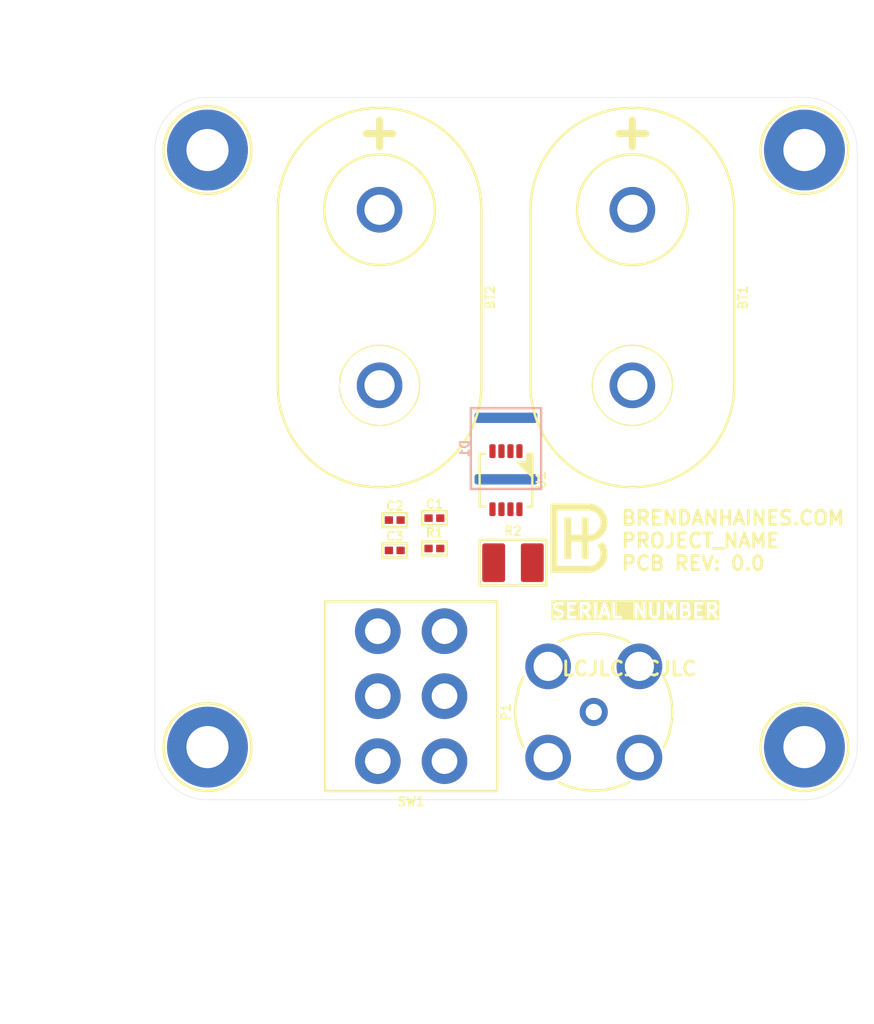
<source format=kicad_pcb>
(kicad_pcb (version 20240108) (generator "pcbnew") (generator_version "8.0")
  (title_block (title "${PROJECT_NAME}") (rev "${PCB_REVISION}") (company "BRENDANHAINES.COM"))
  (layers (0 "F.Cu" signal) (1 "In1.Cu" signal) (2 "In2.Cu" signal) (31 "B.Cu" signal) (34 "B.Paste" user) (35 "F.Paste" user) (36 "B.SilkS" user "B.Silkscreen") (37 "F.SilkS" user "F.Silkscreen") (38 "B.Mask" user) (39 "F.Mask" user) (44 "Edge.Cuts" user))
  (property "PCB_REVISION" "0.0")
  (property "PROJECT_NAME" "PROJECT_NAME")
  (net 0 "")
  (net 1 "GND")
  (net 2 "VDC_N5V0")
  (net 3 "/OUT")
  (net 4 "/IN")
  (net 6 "VDC_5V0")
  (net 9 "/VIN_9V0")
  (net 10 "/VIN_N9V0")
  (net 15 "/OUT50")
  (footprint "common:R1210" (layer "F.Cu") (at 102.108 109.855)
    (property "Reference" "R2" (at 0 -2.286 360) (layer "F.SilkS") (effects (font (size 0.635 0.635) (thickness 0.127))))
    (property "Value" "0" (hide yes))
    (fp_line (start -2.413 -1.651) (end 2.413 -1.651) (stroke (width 0.1778)) (layer "F.SilkS"))
    (fp_line (start -2.413 1.651) (end -2.413 -1.651) (stroke (width 0.1778)) (layer "F.SilkS"))
    (fp_line (start 2.413 -1.651) (end 2.413 1.651) (stroke (width 0.1778)) (layer "F.SilkS"))
    (fp_line (start 2.413 1.651) (end -2.413 1.651) (stroke (width 0.1778)) (layer "F.SilkS"))
    (pad "1" smd roundrect (at -1.397 0) (size 1.651 2.794) (layers "F.Cu" "F.Paste" "F.Mask") (roundrect_rratio 0.1) (net 3 "/OUT"))
    (pad "2" smd roundrect (at 1.397 0 180) (size 1.651 2.794) (layers "F.Cu" "F.Paste" "F.Mask") (roundrect_rratio 0.1) (net 15 "/OUT50"))
  )
  (footprint "common:MH120X230_#4" (layer "F.Cu") (at 123.19 123.19)
    (property "Reference" "MH3" (hide yes))
    (property "Value" "Mounting_Hole" (hide yes))
    (fp_circle (center 0 0) (end 3.175 0) (stroke (width 0.1778)) (fill none) (layer "F.SilkS"))
    (pad "1" thru_hole circle (at 0 0) (size 5.842 5.842) (drill 3.048) (layers "*.Cu" "*.Mask") (net 1 "GND"))
  )
  (footprint "common:LOGO_BH" (layer "F.Cu") (at 107.315 110.49)
    (property "Reference" "LOGO1" (hide yes))
    (property "Value" "~" (hide yes))
    (fp_poly (pts (xy 0.340334 -4.906285) (xy 0.426334 -4.89815) (xy 0.511644 -4.88464) (xy 0.595939 -4.865795) (xy 0.678894 -4.8417) (xy 0.760165 -4.81244) (xy 0.839439 -4.778135) (xy 0.916405 -4.73892) (xy 0.990754 -4.69495) (xy 1.062204 -4.646395) (xy 1.130454 -4.59345) (xy 1.195245 -4.536325) (xy 1.256325 -4.475245) (xy 1.313449 -4.410455) (xy 1.366394 -4.342205) (xy 1.414949 -4.270755) (xy 1.45892 -4.196405) (xy 1.498135 -4.11944) (xy 1.532439 -4.040165) (xy 1.561699 -3.958895) (xy 1.585795 -3.87594) (xy 1.60464 -3.791645) (xy 1.61815 -3.706335) (xy 1.626285 -3.620335) (xy 1.629 -3.534) (xy 1.626285 -3.447665) (xy 1.61815 -3.361665) (xy 1.60464 -3.276355) (xy 1.585795 -3.19206) (xy 1.561699 -3.109105) (xy 1.532439 -3.027835) (xy 1.498135 -2.94856) (xy 1.45892 -2.871594) (xy 1.414949 -2.797245) (xy 1.366395 -2.725796) (xy 1.31345 -2.657543) (xy 1.256325 -2.592754) (xy 1.195245 -2.531674) (xy 1.130455 -2.474552) (xy 1.062205 -2.421604) (xy 0.990755 -2.373051) (xy 0.916405 -2.329083) (xy 0.83944 -2.289867) (xy 0.760165 -2.255558) (xy 0.678895 -2.226299) (xy 0.59594 -2.202206) (xy 0.511645 -2.183361) (xy 0.426335 -2.169849) (xy 0.340335 -2.161717) (xy 0.254 -2.159) (xy 0.254 -0.909001) (xy -0.246 -0.909001) (xy -0.246 -2.159) (xy -0.996 -2.159) (xy -0.996 -0.909001) (xy -1.496 -0.909001) (xy -1.496 -3.909) (xy -0.996 -3.909) (xy -0.996 -2.659) (xy -0.246 -2.659) (xy -0.246 -3.909) (xy 0.254 -3.909) (xy 0.254 -2.659) (xy 0.30894 -2.660733) (xy 0.363665 -2.665905) (xy 0.417955 -2.674503) (xy 0.4716 -2.686497) (xy 0.524385 -2.701832) (xy 0.576105 -2.720448) (xy 0.62655 -2.742283) (xy 0.67553 -2.767238) (xy 0.72284 -2.795215) (xy 0.768305 -2.826115) (xy 0.81174 -2.859806) (xy 0.852975 -2.89616) (xy 0.89184 -2.935025) (xy 0.928195 -2.97626) (xy 0.961885 -3.019695) (xy 0.992785 -3.06516) (xy 1.02076 -3.11247) (xy 1.04572 -3.16145) (xy 1.067555 -3.211895) (xy 1.08617 -3.263615) (xy 1.101505 -3.3164) (xy 1.113495 -3.370045) (xy 1.122094 -3.424335) (xy 1.12727 -3.47906) (xy 1.129 -3.534) (xy 1.12727 -3.58894) (xy 1.122094 -3.643665) (xy 1.113495 -3.697955) (xy 1.101505 -3.7516) (xy 1.08617 -3.804386) (xy 1.067555 -3.856106) (xy 1.04572 -3.90655) (xy 1.02076 -3.95553) (xy 0.992785 -4.00284) (xy 0.961885 -4.048305) (xy 0.928195 -4.09174) (xy 0.89184 -4.132975) (xy 0.852975 -4.17184) (xy 0.81174 -4.208195) (xy 0.768305 -4.241885) (xy 0.72284 -4.272785) (xy 0.67553 -4.30076) (xy 0.62655 -4.32572) (xy 0.576105 -4.347555) (xy 0.524385 -4.36617) (xy 0.4716 -4.381505) (xy 0.417955 -4.393495) (xy 0.363665 -4.402095) (xy 0.30894 -4.40727) (xy 0.254 -4.409) (xy -1.996 -4.409) (xy -1.996 -0.409001) (xy 0.254 -0.409001) (xy 0.30894 -0.410731) (xy 0.363665 -0.415906) (xy 0.417955 -0.424506) (xy 0.4716 -0.436496) (xy 0.524385 -0.451831) (xy 0.576105 -0.470446) (xy 0.62655 -0.492281) (xy 0.67553 -0.517241) (xy 0.72284 -0.545216) (xy 0.768305 -0.576116) (xy 0.81174 -0.609806) (xy 0.852975 -0.646161) (xy 0.89184 -0.685026) (xy 0.928195 -0.726261) (xy 0.961885 -0.769696) (xy 0.992785 -0.815161) (xy 1.02076 -0.862471) (xy 1.04572 -0.911451) (xy 1.067555 -0.961896) (xy 1.08617 -1.013615) (xy 1.101505 -1.066401) (xy 1.113495 -1.120046) (xy 1.122094 -1.174336) (xy 1.12727 -1.229061) (xy 1.129 -1.284001) (xy 1.12727 -1.338941) (xy 1.122094 -1.393666) (xy 1.113495 -1.447956) (xy 1.101505 -1.501601) (xy 1.08617 -1.554386) (xy 1.067555 -1.606106) (xy 1.04572 -1.65655) (xy 1.02076 -1.705531) (xy 0.992785 -1.752841) (xy 0.961885 -1.798306) (xy 0.928195 -1.841741) (xy 0.89184 -1.882976) (xy 0.87594 -1.898876) (xy 0.89821 -1.906896) (xy 0.99911 -1.950558) (xy 1.097065 -2.00047) (xy 1.19169 -2.056431) (xy 1.28262 -2.118222) (xy 1.32232 -2.149022) (xy 1.366395 -2.092205) (xy 1.414949 -2.020756) (xy 1.45892 -1.946408) (xy 1.498135 -1.869441) (xy 1.53244 -1.790166) (xy 1.5617 -1.708896) (xy 1.585795 -1.625941) (xy 1.60464 -1.541646) (xy 1.61815 -1.456336) (xy 1.626285 -1.370336) (xy 1.629 -1.284001) (xy 1.626285 -1.197666) (xy 1.61815 -1.111666) (xy 1.60464 -1.026356) (xy 1.585795 -0.942061) (xy 1.5617 -0.859106) (xy 1.53244 -0.777836) (xy 1.498135 -0.698561) (xy 1.45892 -0.621596) (xy 1.414949 -0.547247) (xy 1.366395 -0.475796) (xy 1.31345 -0.407547) (xy 1.256325 -0.342756) (xy 1.195245 -0.281676) (xy 1.130455 -0.224551) (xy 1.062205 -0.171607) (xy 0.990755 -0.123051) (xy 0.916405 -0.079081) (xy 0.83944 -0.039866) (xy 0.760165 -0.005561) (xy 0.678895 0.023699) (xy 0.59594 0.047794) (xy 0.511645 0.066639) (xy 0.426335 0.080149) (xy 0.340335 0.088284) (xy 0.254 0.090999) (xy -2.496 0.090999) (xy -2.496 -4.909) (xy 0.254 -4.909)) (fill solid) (layer "F.SilkS"))
  )
  (footprint "common:Keystone_967" (layer "F.Cu") (at 92.456 90.678 -90)
    (property "Reference" "BT2" (at 0 -8.001 90) (layer "F.SilkS") (effects (font (size 0.635 0.635) (thickness 0.127) (bold yes))))
    (property "Value" "Battery" (hide yes))
    (fp_line (start 6.35 7.366) (end -6.35 7.366) (stroke (width 0.1778)) (layer "F.SilkS"))
    (fp_line (start 6.35 -7.366) (end -6.35 -7.366) (stroke (width 0.1778)) (layer "F.SilkS"))
    (fp_arc (start -6.35 7.366) (mid -13.716 0) (end -6.35 -7.366) (stroke (width 0.1778)) (layer "F.SilkS"))
    (fp_arc (start 6.35 -7.366) (mid 13.716 0) (end 6.35 7.366) (stroke (width 0.1778)) (layer "F.SilkS"))
    (fp_circle (center -6.35 0) (end -2.35 0) (stroke (width 0.1778)) (fill none) (layer "F.SilkS"))
    (fp_circle (center 6.35 0) (end 9.25 0) (stroke (width 0.1)) (fill none) (layer "F.SilkS"))
    (fp_text user "+" (at -11.684 0 180) (layer "F.SilkS") (effects (font (size 2.54 2.54) (thickness 0.508) (bold yes))))
    (pad "1" thru_hole circle (at -6.35 0 270) (size 3.302 3.302) (drill 2.1844) (layers "*.Cu" "*.Mask") (net 1 "GND"))
    (pad "2" thru_hole circle (at 6.35 0 270) (size 3.302 3.302) (drill 2.1844) (layers "*.Cu" "*.Mask") (net 10 "/VIN_N9V0"))
  )
  (footprint "common:CK_1201M2S3CQE2" (layer "F.Cu") (at 94.742 119.507 180)
    (property "Reference" "SW1" (at 0 -7.62 360) (layer "F.SilkS") (effects (font (size 0.635 0.635) (thickness 0.127))))
    (property "Value" "SW_DPDT" (hide yes))
    (fp_rect (start -6.223 -6.858) (end 6.223 6.858) (stroke (width 0.1778)) (fill none) (layer "F.SilkS"))
    (pad "1" thru_hole circle (at -2.413 -4.699 180) (size 3.302 3.302) (drill 1.8542) (layers "*.Cu" "*.Mask"))
    (pad "2" thru_hole circle (at -2.413 0 180) (size 3.302 3.302) (drill 1.8542) (layers "*.Cu" "*.Mask"))
    (pad "3" thru_hole circle (at -2.413 4.699 180) (size 3.302 3.302) (drill 1.8542) (layers "*.Cu" "*.Mask") (net 10 "/VIN_N9V0"))
    (pad "4" thru_hole circle (at 2.413 -4.699 180) (size 3.302 3.302) (drill 1.8542) (layers "*.Cu" "*.Mask"))
    (pad "5" thru_hole circle (at 2.413 0 180) (size 3.302 3.302) (drill 1.8542) (layers "*.Cu" "*.Mask"))
    (pad "6" thru_hole circle (at 2.413 4.699 180) (size 3.302 3.302) (drill 1.8542) (layers "*.Cu" "*.Mask") (net 9 "/VIN_9V0"))
  )
  (footprint "common:C0402" (layer "F.Cu") (at 93.555 106.7722)
    (property "Reference" "C2" (at 0 -1.016 0) (layer "F.SilkS") (effects (font (size 0.635 0.635) (thickness 0.127))))
    (property "Value" "100nF" (hide yes))
    (fp_line (start -0.889 -0.508) (end 0.889 -0.508) (stroke (width 0.1778)) (layer "F.SilkS"))
    (fp_line (start -0.889 0.508) (end -0.889 -0.508) (stroke (width 0.1778)) (layer "F.SilkS"))
    (fp_line (start 0.889 -0.508) (end 0.889 0.508) (stroke (width 0.1778)) (layer "F.SilkS"))
    (fp_line (start 0.889 0.508) (end -0.889 0.508) (stroke (width 0.1778)) (layer "F.SilkS"))
    (pad "1" smd roundrect (at -0.425 0) (size 0.6 0.55) (layers "F.Cu" "F.Paste" "F.Mask") (roundrect_rratio 0.1) (net 1 "GND"))
    (pad "2" smd roundrect (at 0.425 0) (size 0.6 0.55) (layers "F.Cu" "F.Paste" "F.Mask") (roundrect_rratio 0.1) (net 2 "VDC_N5V0"))
  )
  (footprint "common:MH120X230_#4" (layer "F.Cu") (at 123.19 80.01)
    (property "Reference" "MH2" (hide yes))
    (property "Value" "Mounting_Hole" (hide yes))
    (fp_circle (center 0 0) (end 3.175 0) (stroke (width 0.1778)) (fill none) (layer "F.SilkS"))
    (pad "1" thru_hole circle (at 0 0) (size 5.842 5.842) (drill 3.048) (layers "*.Cu" "*.Mask") (net 1 "GND"))
  )
  (footprint "common:C0402" (layer "F.Cu") (at 93.555 108.966)
    (property "Reference" "C3" (at 0 -1.016 0) (layer "F.SilkS") (effects (font (size 0.635 0.635) (thickness 0.127))))
    (property "Value" "100nF" (hide yes))
    (fp_line (start -0.889 -0.508) (end 0.889 -0.508) (stroke (width 0.1778)) (layer "F.SilkS"))
    (fp_line (start -0.889 0.508) (end -0.889 -0.508) (stroke (width 0.1778)) (layer "F.SilkS"))
    (fp_line (start 0.889 -0.508) (end 0.889 0.508) (stroke (width 0.1778)) (layer "F.SilkS"))
    (fp_line (start 0.889 0.508) (end -0.889 0.508) (stroke (width 0.1778)) (layer "F.SilkS"))
    (pad "1" smd roundrect (at -0.425 0) (size 0.6 0.55) (layers "F.Cu" "F.Paste" "F.Mask") (roundrect_rratio 0.1) (net 6 "VDC_5V0"))
    (pad "2" smd roundrect (at 0.425 0) (size 0.6 0.55) (layers "F.Cu" "F.Paste" "F.Mask") (roundrect_rratio 0.1) (net 1 "GND"))
  )
  (footprint "common:MSOP8" (layer "F.Cu") (at 101.6 103.886 -90)
    (property "Reference" "U1" (at 0 -2.54 90) (layer "F.SilkS") (effects (font (size 0.635 0.635) (thickness 0.127) (bold yes))))
    (property "Value" "AD8651ARMZ")
    (fp_line (start 1.905 1.905) (end -1.905 1.905) (stroke (width 0.1778)) (layer "F.SilkS"))
    (fp_line (start -1.905 1.524) (end -1.905 1.905) (stroke (width 0.1778)) (layer "F.SilkS"))
    (fp_line (start 1.905 1.524) (end 1.905 1.905) (stroke (width 0.1778)) (layer "F.SilkS"))
    (fp_line (start -1.905 -1.524) (end -1.27 -1.524) (stroke (width 0.1778)) (layer "F.SilkS"))
    (fp_line (start -1.905 -1.524) (end -1.905 -1.905) (stroke (width 0.1778)) (layer "F.SilkS"))
    (fp_line (start -1.27 -1.524) (end -1.27 -0.889) (stroke (width 0.1778)) (layer "F.SilkS"))
    (fp_line (start 1.905 -1.524) (end 1.905 -1.905) (stroke (width 0.1778)) (layer "F.SilkS"))
    (fp_line (start -1.905 -1.905) (end 1.905 -1.905) (stroke (width 0.1778)) (layer "F.SilkS"))
    (fp_line (start -0.254 -1.905) (end -1.27 -0.889) (stroke (width 0.1778)) (layer "F.SilkS"))
    (fp_poly (pts (xy -0.254 -1.905) (xy -1.905 -1.905) (xy -1.905 -1.524) (xy -1.27 -1.524) (xy -1.27 -0.889)) (fill solid) (layer "F.SilkS"))
    (pad "1" smd roundrect (at -2.1 -0.975 180) (size 0.45 1) (layers "F.Cu" "F.Paste" "F.Mask"))
    (pad "2" smd roundrect (at -2.1 -0.325 180) (size 0.45 1) (layers "F.Cu" "F.Paste" "F.Mask") (net 4 "/IN"))
    (pad "3" smd roundrect (at -2.1 0.325 180) (size 0.45 1) (layers "F.Cu" "F.Paste" "F.Mask") (net 1 "GND"))
    (pad "4" smd roundrect (at -2.1 0.975 180) (size 0.45 1) (layers "F.Cu" "F.Paste" "F.Mask") (net 2 "VDC_N5V0"))
    (pad "5" smd roundrect (at 2.1 0.975 180) (size 0.45 1) (layers "F.Cu" "F.Paste" "F.Mask"))
    (pad "6" smd roundrect (at 2.1 0.325 180) (size 0.45 1) (layers "F.Cu" "F.Paste" "F.Mask") (net 3 "/OUT"))
    (pad "7" smd roundrect (at 2.1 -0.325 180) (size 0.45 1) (layers "F.Cu" "F.Paste" "F.Mask") (net 6 "VDC_5V0"))
    (pad "8" smd roundrect (at 2.1 -0.975 180) (size 0.45 1) (layers "F.Cu" "F.Paste" "F.Mask"))
  )
  (footprint "common:C0402" (layer "F.Cu") (at 96.425 106.632)
    (property "Reference" "C1" (at 0 -1.016 0) (layer "F.SilkS") (effects (font (size 0.635 0.635) (thickness 0.127))))
    (property "Value" "3pF" (hide yes))
    (fp_line (start -0.889 -0.508) (end 0.889 -0.508) (stroke (width 0.1778)) (layer "F.SilkS"))
    (fp_line (start -0.889 0.508) (end -0.889 -0.508) (stroke (width 0.1778)) (layer "F.SilkS"))
    (fp_line (start 0.889 -0.508) (end 0.889 0.508) (stroke (width 0.1778)) (layer "F.SilkS"))
    (fp_line (start 0.889 0.508) (end -0.889 0.508) (stroke (width 0.1778)) (layer "F.SilkS"))
    (pad "1" smd roundrect (at -0.425 0) (size 0.6 0.55) (layers "F.Cu" "F.Paste" "F.Mask") (roundrect_rratio 0.1) (net 4 "/IN"))
    (pad "2" smd roundrect (at 0.425 0) (size 0.6 0.55) (layers "F.Cu" "F.Paste" "F.Mask") (roundrect_rratio 0.1) (net 3 "/OUT"))
  )
  (footprint "common:MH120X230_#4" (layer "F.Cu") (at 80.01 123.19)
    (property "Reference" "MH4" (hide yes))
    (property "Value" "Mounting_Hole" (hide yes))
    (fp_circle (center 0 0) (end 3.175 0) (stroke (width 0.1778)) (fill none) (layer "F.SilkS"))
    (pad "1" thru_hole circle (at 0 0) (size 5.842 5.842) (drill 3.048) (layers "*.Cu" "*.Mask") (net 1 "GND"))
  )
  (footprint "common:R0402" (layer "F.Cu") (at 96.425 108.8258)
    (property "Reference" "R1" (at 0 -1.143 0) (layer "F.SilkS") (effects (font (size 0.635 0.635) (thickness 0.127))))
    (property "Value" "25.5k" (hide yes))
    (fp_line (start -0.889 -0.508) (end 0.889 -0.508) (stroke (width 0.1778)) (layer "F.SilkS"))
    (fp_line (start -0.889 0.508) (end -0.889 -0.508) (stroke (width 0.1778)) (layer "F.SilkS"))
    (fp_line (start 0.889 -0.508) (end 0.889 0.508) (stroke (width 0.1778)) (layer "F.SilkS"))
    (fp_line (start 0.889 0.508) (end -0.889 0.508) (stroke (width 0.1778)) (layer "F.SilkS"))
    (pad "1" smd roundrect (at -0.425 0) (size 0.6 0.55) (layers "F.Cu" "F.Paste" "F.Mask") (roundrect_rratio 0.1) (net 4 "/IN"))
    (pad "2" smd roundrect (at 0.425 0) (size 0.6 0.55) (layers "F.Cu" "F.Paste" "F.Mask") (roundrect_rratio 0.1) (net 3 "/OUT"))
  )
  (footprint "common:Keystone_967" (layer "F.Cu") (at 110.744 90.678 -90)
    (property "Reference" "BT1" (at 0 -8.001 90) (layer "F.SilkS") (effects (font (size 0.635 0.635) (thickness 0.127) (bold yes))))
    (property "Value" "Battery" (hide yes))
    (fp_line (start 6.35 7.366) (end -6.35 7.366) (stroke (width 0.1778)) (layer "F.SilkS"))
    (fp_line (start 6.35 -7.366) (end -6.35 -7.366) (stroke (width 0.1778)) (layer "F.SilkS"))
    (fp_arc (start -6.35 7.366) (mid -13.716 0) (end -6.35 -7.366) (stroke (width 0.1778)) (layer "F.SilkS"))
    (fp_arc (start 6.35 -7.366) (mid 13.716 0) (end 6.35 7.366) (stroke (width 0.1778)) (layer "F.SilkS"))
    (fp_circle (center -6.35 0) (end -2.35 0) (stroke (width 0.1778)) (fill none) (layer "F.SilkS"))
    (fp_circle (center 6.35 0) (end 9.25 0) (stroke (width 0.1)) (fill none) (layer "F.SilkS"))
    (fp_text user "+" (at -11.684 0 180) (layer "F.SilkS") (effects (font (size 2.54 2.54) (thickness 0.508) (bold yes))))
    (pad "1" thru_hole circle (at -6.35 0 270) (size 3.302 3.302) (drill 2.1844) (layers "*.Cu" "*.Mask") (net 9 "/VIN_9V0"))
    (pad "2" thru_hole circle (at 6.35 0 270) (size 3.302 3.302) (drill 2.1844) (layers "*.Cu" "*.Mask") (net 1 "GND"))
  )
  (footprint "common:2466267-1" (layer "F.Cu") (at 107.95 120.65 90)
    (property "Reference" "P1" (at 0 -6.35 90) (layer "F.SilkS") (effects (font (size 0.635 0.635) (thickness 0.127) (bold yes))))
    (property "Value" "Conn_Coax")
    (fp_arc (start -2.54 -5.079999) (mid 0 -5.679612) (end 2.54 -5.079999) (stroke (width 0.1778)) (layer "F.SilkS"))
    (fp_arc (start 5.079999 -2.54) (mid 5.679612 0) (end 5.079999 2.54) (stroke (width 0.1778)) (layer "F.SilkS"))
    (fp_arc (start -5.079999 2.54) (mid -5.679612 0) (end -5.079999 -2.54) (stroke (width 0.1778)) (layer "F.SilkS"))
    (fp_arc (start 2.54 5.079999) (mid 0 5.679612) (end -2.54 5.079999) (stroke (width 0.1778)) (layer "F.SilkS"))
    (pad "0" thru_hole circle (at -3.3 -3.3 90) (size 3.302 3.302) (drill 2.11) (layers "*.Cu" "*.Mask") (net 1 "GND"))
    (pad "0" thru_hole circle (at -3.3 3.3 90) (size 3.302 3.302) (drill 2.11) (layers "*.Cu" "*.Mask") (net 1 "GND"))
    (pad "0" thru_hole circle (at 3.3 -3.3 90) (size 3.302 3.302) (drill 2.11) (layers "*.Cu" "*.Mask") (net 1 "GND"))
    (pad "0" thru_hole circle (at 3.3 3.3 90) (size 3.302 3.302) (drill 2.11) (layers "*.Cu" "*.Mask") (net 1 "GND"))
    (pad "1" thru_hole circle (at 0 0 90) (size 2.032 2.032) (drill 1.17) (layers "*.Cu" "*.Mask") (net 15 "/OUT50"))
  )
  (footprint "common:MH120X230_#4" (layer "F.Cu") (at 80.01 80.01)
    (property "Reference" "MH1" (hide yes))
    (property "Value" "Mounting_Hole" (hide yes))
    (fp_circle (center 0 0) (end 3.175 0) (stroke (width 0.1778)) (fill none) (layer "F.SilkS"))
    (pad "1" thru_hole circle (at 0 0) (size 5.842 5.842) (drill 3.048) (layers "*.Cu" "*.Mask") (net 1 "GND"))
  )
  (footprint "common:TEMD5110X01" (layer "B.Cu") (at 101.6 101.6 -90)
    (property "Reference" "D1" (at 0 3 90) (layer "B.SilkS") (effects (font (size 0.635 0.635) (thickness 0.127) (bold yes)) (justify mirror)))
    (property "Value" "TEMD5110X01" (hide yes))
    (fp_rect (start -2.921 2.54) (end 2.921 -2.54) (stroke (width 0.1778)) (fill none) (layer "B.SilkS"))
    (pad "A" smd roundrect (at -2.225 0 270) (size 0.75 4.55) (layers "B.Cu" "B.Paste" "B.Mask") (net 2 "VDC_N5V0"))
    (pad "K" smd roundrect (at 2.225 0 270) (size 0.75 4.55) (layers "B.Cu" "B.Paste" "B.Mask") (net 4 "/IN"))
  )
  (gr_line (start 76.2 80.01) (end 76.2 123.19) (stroke (width 0.0254)) (layer "Edge.Cuts"))
  (gr_arc (start 76.2 80.01) (mid 77.315923 77.315923) (end 80.01 76.2) (stroke (width 0.0254)) (layer "Edge.Cuts"))
  (gr_line (start 80.01 76.2) (end 123.19 76.2) (stroke (width 0.0254)) (layer "Edge.Cuts"))
  (gr_line (start 123.19 127) (end 80.01 127) (stroke (width 0.0254)) (layer "Edge.Cuts"))
  (gr_arc (start 123.19 76.2) (mid 125.884077 77.315923) (end 127 80.01) (stroke (width 0.0254)) (layer "Edge.Cuts"))
  (gr_arc (start 127 123.19) (mid 125.884077 125.884077) (end 123.19 127) (stroke (width 0.0254)) (layer "Edge.Cuts"))
  (gr_line (start 127 123.19) (end 127 80.01) (stroke (width 0.0254)) (layer "Edge.Cuts"))
  (gr_arc (start 80.01 127) (mid 77.315923 125.884077) (end 76.2 123.19) (stroke (width 0.0254)) (layer "Edge.Cuts"))
  (gr_text "JLCJLCJLCJLC" (at 104.775 118.11 0) (layer "F.SilkS") (effects (font (size 1.016 1.016) (thickness 0.2032) (bold yes)) (justify left bottom)))
  (gr_text "BRENDANHAINES.COM\n${PROJECT_NAME}\nPCB REV: ${PCB_REVISION}" (at 109.855 110.49 0) (layer "F.SilkS") (effects (font (size 1.016 1.016) (thickness 0.2032) (bold yes)) (justify left bottom)))
  (gr_text "SERIAL NUMBER              \n " (at 104.775 115.57 0) (layer "F.SilkS" knockout) (effects (font (size 1.016 1.016) (thickness 0.2032) (bold yes)) (justify left bottom)))
)
</source>
